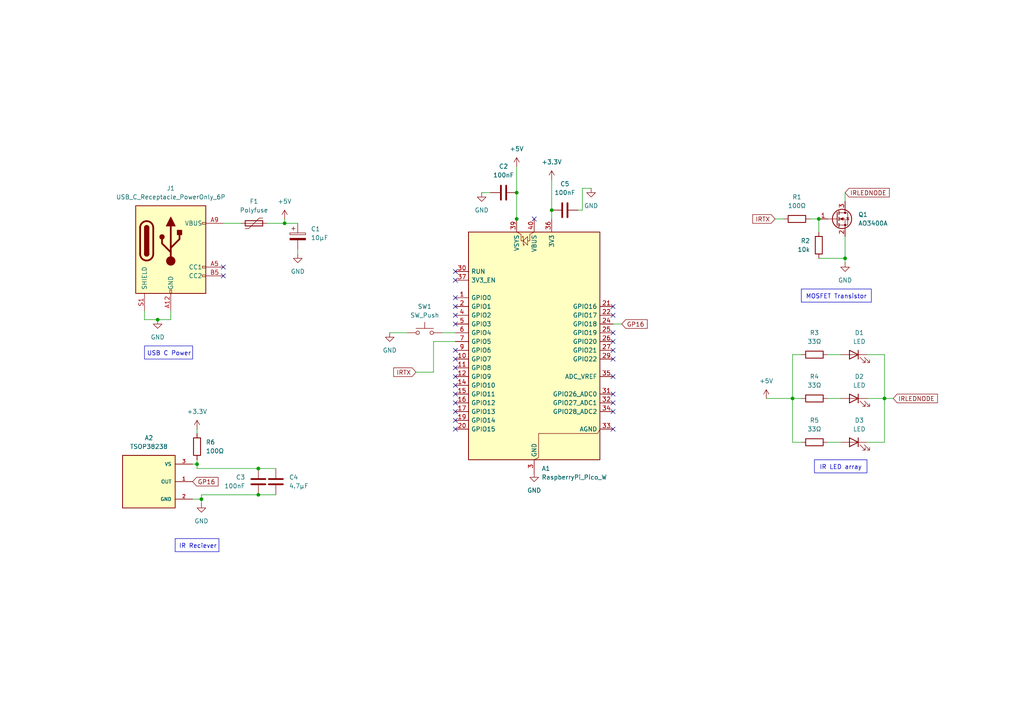
<source format=kicad_sch>
(kicad_sch (version 20250114) (generator "eeschema") (generator_version "9.0")
  (paper "A4")
  (lib_symbols
    (symbol "Connector:USB_C_Receptacle_PowerOnly_6P" (pin_names (offset 1.016))
      (property "Reference" "J" (at 0 16.51 0))
      (property "Value" "USB_C_Receptacle_PowerOnly_6P" (at 0 13.97 0))
      (symbol "USB_C_Receptacle_PowerOnly_6P_0_0"
        (rectangle (start -0.254 -12.7) (end 0.254 -11.684))
        (rectangle (start 10.16 7.874) (end 9.144 7.366))
        (rectangle (start 10.16 -4.826) (end 9.144 -5.334))
        (rectangle (start 10.16 -7.366) (end 9.144 -7.874))
      )
      (symbol "USB_C_Receptacle_PowerOnly_6P_0_1"
        (rectangle (start -10.16 12.7) (end 10.16 -12.7) (stroke (width 0.254)) (fill (type background)))
        (polyline (pts (xy -8.89 -1.27) (xy -8.89 6.35)) (stroke (width 0.508)))
        (rectangle (start -7.62 -1.27) (end -6.35 6.35) (stroke (width 0.254)) (fill (type outline)))
        (arc (start -7.62 6.35) (mid -6.985 6.9823) (end -6.35 6.35) (stroke (width 0.254)))
        (arc (start -7.62 6.35) (mid -6.985 6.9823) (end -6.35 6.35) (stroke (width 0.254)) (fill (type outline)))
        (arc (start -8.89 6.35) (mid -6.985 8.2467) (end -5.08 6.35) (stroke (width 0.508)))
        (arc (start -5.08 -1.27) (mid -6.985 -3.1667) (end -8.89 -1.27) (stroke (width 0.508)))
        (arc (start -6.35 -1.27) (mid -6.985 -1.9023) (end -7.62 -1.27) (stroke (width 0.254)))
        (arc (start -6.35 -1.27) (mid -6.985 -1.9023) (end -7.62 -1.27) (stroke (width 0.254)) (fill (type outline)))
        (polyline (pts (xy -5.08 6.35) (xy -5.08 -1.27)) (stroke (width 0.508)))
        (circle (center -2.54 3.683) (radius 0.635) (stroke (width 0.254)) (fill (type outline)))
        (polyline (pts (xy -1.27 6.858) (xy 0 9.398) (xy 1.27 6.858) (xy -1.27 6.858)) (stroke (width 0.254)) (fill (type outline)))
        (polyline (pts (xy 0 0.508) (xy 2.54 3.048) (xy 2.54 4.318)) (stroke (width 0.508)))
        (polyline (pts (xy 0 -0.762) (xy -2.54 1.778) (xy -2.54 3.048)) (stroke (width 0.508)))
        (polyline (pts (xy 0 -3.302) (xy 0 6.858)) (stroke (width 0.508)))
        (circle (center 0 -3.302) (radius 1.27) (fill (type outline)))
        (rectangle (start 1.905 4.318) (end 3.175 5.588) (stroke (width 0.254)) (fill (type outline)))
      )
      (symbol "USB_C_Receptacle_PowerOnly_6P_1_1"
        (pin passive line (at -7.62 -17.78 90) (length 5.08) (name "SHIELD") (number "S1"))
        (pin passive line (at 0 -17.78 90) (length 5.08) (name "GND") (number "A12"))
        (pin passive line (at 0 -17.78 90) (length 5.08) (hide yes) (name "GND") (number "B12"))
        (pin passive line (at 15.24 7.62 180) (length 5.08) (name "VBUS") (number "A9"))
        (pin passive line (at 15.24 7.62 180) (length 5.08) (hide yes) (name "VBUS") (number "B9"))
        (pin bidirectional line (at 15.24 -5.08 180) (length 5.08) (name "CC1") (number "A5"))
        (pin bidirectional line (at 15.24 -7.62 180) (length 5.08) (name "CC2") (number "B5"))
      )
    )
    (symbol "Device:C" (pin_numbers (hide yes)) (pin_names (offset 0.254))
      (property "Reference" "C" (at 0.635 2.54 0))
      (property "Value" "C" (at 0.635 -2.54 0))
      (symbol "C_0_1"
        (polyline (pts (xy -2.032 0.762) (xy 2.032 0.762)) (stroke (width 0.508)))
        (polyline (pts (xy -2.032 -0.762) (xy 2.032 -0.762)) (stroke (width 0.508)))
      )
      (symbol "C_1_1"
        (pin passive line (at 0 3.81 270) (length 2.794) (name "~") (number "1"))
        (pin passive line (at 0 -3.81 90) (length 2.794) (name "~") (number "2"))
      )
    )
    (symbol "Device:C_Polarized" (pin_numbers (hide yes)) (pin_names (offset 0.254))
      (property "Reference" "C" (at 0.635 2.54 0))
      (property "Value" "C_Polarized" (at 0.635 -2.54 0))
      (symbol "C_Polarized_0_1"
        (rectangle (start -2.286 0.508) (end 2.286 1.016))
        (polyline (pts (xy -1.778 2.286) (xy -0.762 2.286)))
        (polyline (pts (xy -1.27 2.794) (xy -1.27 1.778)))
        (rectangle (start 2.286 -0.508) (end -2.286 -1.016) (fill (type outline)))
      )
      (symbol "C_Polarized_1_1"
        (pin passive line (at 0 3.81 270) (length 2.794) (name "~") (number "1"))
        (pin passive line (at 0 -3.81 90) (length 2.794) (name "~") (number "2"))
      )
    )
    (symbol "Device:LED" (pin_numbers (hide yes)) (pin_names (offset 1.016) (hide yes))
      (property "Reference" "D" (at 0 2.54 0))
      (property "Value" "LED" (at 0 -2.54 0))
      (symbol "LED_0_1"
        (polyline (pts (xy -3.048 -0.762) (xy -4.572 -2.286) (xy -3.81 -2.286) (xy -4.572 -2.286) (xy -4.572 -1.524)))
        (polyline (pts (xy -1.778 -0.762) (xy -3.302 -2.286) (xy -2.54 -2.286) (xy -3.302 -2.286) (xy -3.302 -1.524)))
        (polyline (pts (xy -1.27 0) (xy 1.27 0)))
        (polyline (pts (xy -1.27 -1.27) (xy -1.27 1.27)) (stroke (width 0.254)))
        (polyline (pts (xy 1.27 -1.27) (xy 1.27 1.27) (xy -1.27 0) (xy 1.27 -1.27)) (stroke (width 0.254)))
      )
      (symbol "LED_1_1"
        (pin passive line (at -3.81 0 0) (length 2.54) (name "K") (number "1"))
        (pin passive line (at 3.81 0 180) (length 2.54) (name "A") (number "2"))
      )
    )
    (symbol "Device:Polyfuse" (pin_numbers (hide yes)) (pin_names (offset 0))
      (property "Reference" "F" (at -2.54 0 90))
      (property "Value" "Polyfuse" (at 2.54 0 90))
      (symbol "Polyfuse_0_1"
        (polyline (pts (xy -1.524 2.54) (xy -1.524 1.524) (xy 1.524 -1.524) (xy 1.524 -2.54)))
        (rectangle (start -0.762 2.54) (end 0.762 -2.54) (stroke (width 0.254)))
        (polyline (pts (xy 0 2.54) (xy 0 -2.54)))
      )
      (symbol "Polyfuse_1_1"
        (pin passive line (at 0 3.81 270) (length 1.27) (name "~") (number "1"))
        (pin passive line (at 0 -3.81 90) (length 1.27) (name "~") (number "2"))
      )
    )
    (symbol "Device:R" (pin_numbers (hide yes)) (pin_names (offset 0))
      (property "Reference" "R" (at 2.032 0 90))
      (property "Value" "R" (at 0 0 90))
      (symbol "R_0_1"
        (rectangle (start -1.016 -2.54) (end 1.016 2.54) (stroke (width 0.254)))
      )
      (symbol "R_1_1"
        (pin passive line (at 0 3.81 270) (length 1.27) (name "~") (number "1"))
        (pin passive line (at 0 -3.81 90) (length 1.27) (name "~") (number "2"))
      )
    )
    (symbol "MCU_Module:RaspberryPi_Pico_W" (pin_names (offset 0.762))
      (property "Reference" "A" (at -19.05 35.56 0))
      (property "Value" "RaspberryPi_Pico_W" (at 7.62 35.56 0))
      (symbol "RaspberryPi_Pico_W_0_1"
        (rectangle (start -19.05 34.29) (end 19.05 -31.75) (stroke (width 0.254)) (fill (type background)))
        (polyline (pts (xy -5.08 34.29) (xy -3.81 33.655) (xy -3.81 31.75) (xy -3.175 31.75)))
        (polyline (pts (xy -3.429 32.766) (xy -3.429 33.02) (xy -3.175 33.02) (xy -3.175 30.48) (xy -2.921 30.48) (xy -2.921 30.734)))
        (polyline (pts (xy -3.175 31.75) (xy -1.905 33.02) (xy -1.905 30.48) (xy -3.175 31.75)))
        (polyline (pts (xy 0 34.29) (xy -1.27 33.655) (xy -1.27 31.75) (xy -1.905 31.75)))
        (polyline (pts (xy 0 -31.75) (xy 1.27 -31.115) (xy 1.27 -24.13) (xy 18.415 -24.13) (xy 19.05 -22.86)))
      )
      (symbol "RaspberryPi_Pico_W_1_1"
        (pin passive line (at -22.86 22.86 0) (length 3.81) (name "RUN") (number "30"))
        (pin passive line (at -22.86 20.32 0) (length 3.81) (name "3V3_EN") (number "37"))
        (pin bidirectional line (at -22.86 15.24 0) (length 3.81) (name "GPIO0") (number "1"))
        (pin bidirectional line (at -22.86 12.7 0) (length 3.81) (name "GPIO1") (number "2"))
        (pin bidirectional line (at -22.86 10.16 0) (length 3.81) (name "GPIO2") (number "4"))
        (pin bidirectional line (at -22.86 7.62 0) (length 3.81) (name "GPIO3") (number "5"))
        (pin bidirectional line (at -22.86 5.08 0) (length 3.81) (name "GPIO4") (number "6"))
        (pin bidirectional line (at -22.86 2.54 0) (length 3.81) (name "GPIO5") (number "7"))
        (pin bidirectional line (at -22.86 0 0) (length 3.81) (name "GPIO6") (number "9"))
        (pin bidirectional line (at -22.86 -2.54 0) (length 3.81) (name "GPIO7") (number "10"))
        (pin bidirectional line (at -22.86 -5.08 0) (length 3.81) (name "GPIO8") (number "11"))
        (pin bidirectional line (at -22.86 -7.62 0) (length 3.81) (name "GPIO9") (number "12"))
        (pin bidirectional line (at -22.86 -10.16 0) (length 3.81) (name "GPIO10") (number "14"))
        (pin bidirectional line (at -22.86 -12.7 0) (length 3.81) (name "GPIO11") (number "15"))
        (pin bidirectional line (at -22.86 -15.24 0) (length 3.81) (name "GPIO12") (number "16"))
        (pin bidirectional line (at -22.86 -17.78 0) (length 3.81) (name "GPIO13") (number "17"))
        (pin bidirectional line (at -22.86 -20.32 0) (length 3.81) (name "GPIO14") (number "19"))
        (pin bidirectional line (at -22.86 -22.86 0) (length 3.81) (name "GPIO15") (number "20"))
        (pin power_in line (at -5.08 38.1 270) (length 3.81) (name "VSYS") (number "39"))
        (pin power_out line (at 0 38.1 270) (length 3.81) (name "VBUS") (number "40"))
        (pin passive line (at 0 -35.56 90) (length 3.81) (hide yes) (name "GND") (number "13"))
        (pin passive line (at 0 -35.56 90) (length 3.81) (hide yes) (name "GND") (number "18"))
        (pin passive line (at 0 -35.56 90) (length 3.81) (hide yes) (name "GND") (number "23"))
        (pin passive line (at 0 -35.56 90) (length 3.81) (hide yes) (name "GND") (number "28"))
        (pin power_out line (at 0 -35.56 90) (length 3.81) (name "GND") (number "3"))
        (pin passive line (at 0 -35.56 90) (length 3.81) (hide yes) (name "GND") (number "38"))
        (pin passive line (at 0 -35.56 90) (length 3.81) (hide yes) (name "GND") (number "8"))
        (pin power_out line (at 5.08 38.1 270) (length 3.81) (name "3V3") (number "36"))
        (pin bidirectional line (at 22.86 12.7 180) (length 3.81) (name "GPIO16") (number "21"))
        (pin bidirectional line (at 22.86 10.16 180) (length 3.81) (name "GPIO17") (number "22"))
        (pin bidirectional line (at 22.86 7.62 180) (length 3.81) (name "GPIO18") (number "24"))
        (pin bidirectional line (at 22.86 5.08 180) (length 3.81) (name "GPIO19") (number "25"))
        (pin bidirectional line (at 22.86 2.54 180) (length 3.81) (name "GPIO20") (number "26"))
        (pin bidirectional line (at 22.86 0 180) (length 3.81) (name "GPIO21") (number "27"))
        (pin bidirectional line (at 22.86 -2.54 180) (length 3.81) (name "GPIO22") (number "29"))
        (pin power_in line (at 22.86 -7.62 180) (length 3.81) (name "ADC_VREF") (number "35"))
        (pin bidirectional line (at 22.86 -12.7 180) (length 3.81) (name "GPIO26_ADC0") (number "31"))
        (pin bidirectional line (at 22.86 -15.24 180) (length 3.81) (name "GPIO27_ADC1") (number "32"))
        (pin bidirectional line (at 22.86 -17.78 180) (length 3.81) (name "GPIO28_ADC2") (number "34"))
        (pin power_out line (at 22.86 -22.86 180) (length 3.81) (name "AGND") (number "33"))
      )
    )
    (symbol "Switch:SW_Push" (pin_numbers (hide yes)) (pin_names (offset 1.016) (hide yes))
      (property "Reference" "SW" (at 1.27 2.54 0))
      (property "Value" "SW_Push" (at 0 -1.524 0))
      (symbol "SW_Push_0_1"
        (circle (center -2.032 0) (radius 0.508))
        (polyline (pts (xy 0 1.27) (xy 0 3.048)))
        (circle (center 2.032 0) (radius 0.508))
        (polyline (pts (xy 2.54 1.27) (xy -2.54 1.27)))
        (pin passive line (at -5.08 0 0) (length 2.54) (name "1") (number "1"))
        (pin passive line (at 5.08 0 180) (length 2.54) (name "2") (number "2"))
      )
    )
    (symbol "TSOP38238:TSOP38238" (pin_names (offset 1.016))
      (property "Reference" "A" (at -7.62 8.89 0))
      (property "Value" "TSOP38238" (at -7.62 -8.89 0))
      (symbol "TSOP38238_0_0"
        (rectangle (start -7.62 -7.62) (end 7.62 7.62) (stroke (width 0.254)) (fill (type background)))
        (pin power_in line (at 12.7 5.08 180) (length 5.08) (name "VS") (number "3"))
        (pin output line (at 12.7 0 180) (length 5.08) (name "OUT") (number "1"))
        (pin power_in line (at 12.7 -5.08 180) (length 5.08) (name "GND") (number "2"))
      )
    )
    (symbol "Transistor_FET:AO3400A" (pin_names (offset 0) (hide yes))
      (property "Reference" "Q" (at 5.08 1.905 0))
      (property "Value" "AO3400A" (at 5.08 0 0))
      (symbol "AO3400A_0_1"
        (polyline (pts (xy 0.254 1.905) (xy 0.254 -1.905)) (stroke (width 0.254)))
        (polyline (pts (xy 0.254 0) (xy -2.54 0)))
        (polyline (pts (xy 0.762 2.286) (xy 0.762 1.27)) (stroke (width 0.254)))
        (polyline (pts (xy 0.762 0.508) (xy 0.762 -0.508)) (stroke (width 0.254)))
        (polyline (pts (xy 0.762 -1.27) (xy 0.762 -2.286)) (stroke (width 0.254)))
        (polyline (pts (xy 0.762 -1.778) (xy 3.302 -1.778) (xy 3.302 1.778) (xy 0.762 1.778)))
        (polyline (pts (xy 1.016 0) (xy 2.032 0.381) (xy 2.032 -0.381) (xy 1.016 0)) (fill (type outline)))
        (circle (center 1.651 0) (radius 2.794) (stroke (width 0.254)))
        (polyline (pts (xy 2.54 2.54) (xy 2.54 1.778)))
        (circle (center 2.54 1.778) (radius 0.254) (fill (type outline)))
        (circle (center 2.54 -1.778) (radius 0.254) (fill (type outline)))
        (polyline (pts (xy 2.54 -2.54) (xy 2.54 0) (xy 0.762 0)))
        (polyline (pts (xy 2.921 0.381) (xy 3.683 0.381)))
        (polyline (pts (xy 3.302 0.381) (xy 2.921 -0.254) (xy 3.683 -0.254) (xy 3.302 0.381)))
      )
      (symbol "AO3400A_1_1"
        (pin input line (at -5.08 0 0) (length 2.54) (name "G") (number "1"))
        (pin passive line (at 2.54 5.08 270) (length 2.54) (name "D") (number "3"))
        (pin passive line (at 2.54 -5.08 90) (length 2.54) (name "S") (number "2"))
      )
    )
    (symbol "power:+3.3V" (power) (pin_numbers (hide yes)) (pin_names (offset 0) (hide yes))
      (property "Value" "+3.3V" (at 0 3.556 0))
      (symbol "+3.3V_0_1"
        (polyline (pts (xy -0.762 1.27) (xy 0 2.54)))
        (polyline (pts (xy 0 2.54) (xy 0.762 1.27)))
        (polyline (pts (xy 0 0) (xy 0 2.54)))
      )
      (symbol "+3.3V_1_1"
        (pin power_in line (at 0 0 90) (length 0) (name "~") (number "1"))
      )
    )
    (symbol "power:+5V" (power) (pin_numbers (hide yes)) (pin_names (offset 0) (hide yes))
      (property "Value" "+5V" (at 0 3.556 0))
      (symbol "+5V_0_1"
        (polyline (pts (xy -0.762 1.27) (xy 0 2.54)))
        (polyline (pts (xy 0 2.54) (xy 0.762 1.27)))
        (polyline (pts (xy 0 0) (xy 0 2.54)))
      )
      (symbol "+5V_1_1"
        (pin power_in line (at 0 0 90) (length 0) (name "~") (number "1"))
      )
    )
    (symbol "power:GND" (power) (pin_numbers (hide yes)) (pin_names (offset 0) (hide yes))
      (property "Value" "GND" (at 0 -3.81 0))
      (symbol "GND_0_1"
        (polyline (pts (xy 0 0) (xy 0 -1.27) (xy 1.27 -1.27) (xy 0 -2.54) (xy -1.27 -1.27) (xy 0 -1.27)))
      )
      (symbol "GND_1_1"
        (pin power_in line (at 0 0 270) (length 0) (name "~") (number "1"))
      )
    )
  )
  (rectangle (start 50.8 156.21) (end 63.5 160.02))
  (rectangle (start 236.22 133.35) (end 251.46 137.16))
  (rectangle (start 41.91 100.33) (end 55.88 104.14))
  (rectangle (start 232.41 83.82) (end 252.73 87.63))
  (text "MOSFET Transistor" (at 242.57 86.106 0) (effects (font (size 1.27 1.27))))
  (text "IR Reciever" (at 57.404 158.496 0) (effects (font (size 1.27 1.27))))
  (text "USB C Power" (at 49.022 102.616 0) (effects (font (size 1.27 1.27))))
  (text "IR LED array" (at 243.84 135.636 0) (effects (font (size 1.27 1.27))))
  (junction (at 58.42 144.78))
  (junction (at 245.11 74.93))
  (junction (at 160.02 60.96))
  (junction (at 74.93 135.89))
  (junction (at 45.72 92.71))
  (junction (at 237.49 63.5))
  (junction (at 74.93 143.51))
  (junction (at 57.15 134.62))
  (junction (at 256.54 115.57))
  (junction (at 149.86 55.88))
  (junction (at 82.55 64.77))
  (junction (at 229.87 115.57))
  (junction (at 149.86 63.5))
  (no_connect (at 132.08 91.44))
  (no_connect (at 177.8 101.6))
  (no_connect (at 177.8 109.22))
  (no_connect (at 177.8 124.46))
  (no_connect (at 177.8 104.14))
  (no_connect (at 132.08 106.68))
  (no_connect (at 177.8 88.9))
  (no_connect (at 64.77 80.01))
  (no_connect (at 177.8 96.52))
  (no_connect (at 132.08 93.98))
  (no_connect (at 177.8 91.44))
  (no_connect (at 177.8 99.06))
  (no_connect (at 132.08 119.38))
  (no_connect (at 132.08 121.92))
  (no_connect (at 154.94 63.5))
  (no_connect (at 132.08 111.76))
  (no_connect (at 132.08 86.36))
  (no_connect (at 177.8 119.38))
  (no_connect (at 132.08 88.9))
  (no_connect (at 132.08 104.14))
  (no_connect (at 132.08 78.74))
  (no_connect (at 64.77 77.47))
  (no_connect (at 177.8 116.84))
  (no_connect (at 132.08 109.22))
  (no_connect (at 132.08 101.6))
  (no_connect (at 132.08 124.46))
  (no_connect (at 177.8 114.3))
  (no_connect (at 132.08 81.28))
  (no_connect (at 132.08 116.84))
  (no_connect (at 132.08 114.3))
  (wire (pts (xy 245.11 55.88) (xy 245.11 58.42)))
  (wire (pts (xy 245.11 76.2) (xy 245.11 74.93)))
  (wire (pts (xy 180.34 93.98) (xy 177.8 93.98)))
  (wire (pts (xy 222.25 115.57) (xy 229.87 115.57)))
  (wire (pts (xy 149.86 66.04) (xy 149.86 63.5)))
  (wire (pts (xy 74.93 135.89) (xy 80.01 135.89)))
  (wire (pts (xy 55.88 134.62) (xy 57.15 134.62)))
  (wire (pts (xy 229.87 115.57) (xy 232.41 115.57)))
  (wire (pts (xy 58.42 143.51) (xy 58.42 144.78)))
  (wire (pts (xy 160.02 60.96) (xy 160.02 63.5)))
  (wire (pts (xy 259.08 115.57) (xy 256.54 115.57)))
  (wire (pts (xy 113.03 96.52) (xy 118.11 96.52)))
  (wire (pts (xy 57.15 135.89) (xy 57.15 134.62)))
  (wire (pts (xy 256.54 115.57) (xy 256.54 102.87)))
  (wire (pts (xy 57.15 124.46) (xy 57.15 125.73)))
  (wire (pts (xy 168.91 54.61) (xy 171.45 54.61)))
  (wire (pts (xy 229.87 102.87) (xy 229.87 115.57)))
  (wire (pts (xy 64.77 64.77) (xy 69.85 64.77)))
  (wire (pts (xy 237.49 63.5) (xy 237.49 67.31)))
  (wire (pts (xy 232.41 102.87) (xy 229.87 102.87)))
  (wire (pts (xy 125.73 99.06) (xy 125.73 107.95)))
  (wire (pts (xy 240.03 115.57) (xy 243.84 115.57)))
  (wire (pts (xy 149.86 48.26) (xy 149.86 55.88)))
  (wire (pts (xy 160.02 52.07) (xy 160.02 60.96)))
  (wire (pts (xy 168.91 54.61) (xy 168.91 60.96)))
  (wire (pts (xy 256.54 102.87) (xy 251.46 102.87)))
  (wire (pts (xy 41.91 92.71) (xy 45.72 92.71)))
  (wire (pts (xy 58.42 146.05) (xy 58.42 144.78)))
  (wire (pts (xy 120.65 107.95) (xy 125.73 107.95)))
  (wire (pts (xy 229.87 128.27) (xy 229.87 115.57)))
  (wire (pts (xy 82.55 63.5) (xy 82.55 64.77)))
  (wire (pts (xy 58.42 143.51) (xy 74.93 143.51)))
  (wire (pts (xy 49.53 90.17) (xy 49.53 92.71)))
  (wire (pts (xy 256.54 128.27) (xy 256.54 115.57)))
  (wire (pts (xy 149.86 55.88) (xy 149.86 63.5)))
  (wire (pts (xy 86.36 73.66) (xy 86.36 72.39)))
  (wire (pts (xy 139.7 55.88) (xy 142.24 55.88)))
  (wire (pts (xy 245.11 74.93) (xy 245.11 68.58)))
  (wire (pts (xy 128.27 96.52) (xy 132.08 96.52)))
  (wire (pts (xy 240.03 128.27) (xy 243.84 128.27)))
  (wire (pts (xy 224.79 63.5) (xy 227.33 63.5)))
  (wire (pts (xy 57.15 133.35) (xy 57.15 134.62)))
  (wire (pts (xy 77.47 64.77) (xy 82.55 64.77)))
  (wire (pts (xy 74.93 143.51) (xy 80.01 143.51)))
  (wire (pts (xy 58.42 144.78) (xy 55.88 144.78)))
  (wire (pts (xy 251.46 128.27) (xy 256.54 128.27)))
  (wire (pts (xy 237.49 74.93) (xy 245.11 74.93)))
  (wire (pts (xy 251.46 115.57) (xy 256.54 115.57)))
  (wire (pts (xy 132.08 99.06) (xy 125.73 99.06)))
  (wire (pts (xy 232.41 128.27) (xy 229.87 128.27)))
  (wire (pts (xy 82.55 64.77) (xy 86.36 64.77)))
  (wire (pts (xy 240.03 102.87) (xy 243.84 102.87)))
  (wire (pts (xy 234.95 63.5) (xy 237.49 63.5)))
  (wire (pts (xy 74.93 135.89) (xy 57.15 135.89)))
  (wire (pts (xy 45.72 92.71) (xy 49.53 92.71)))
  (wire (pts (xy 168.91 60.96) (xy 167.64 60.96)))
  (wire (pts (xy 41.91 90.17) (xy 41.91 92.71)))
  (global_label "IRTX" (shape input) (at 224.79 63.5 180) (property "Intersheetrefs" "${INTERSHEET_REFS}" (effects (hide yes))))
  (global_label "GP16" (shape input) (at 55.88 139.7 0) (property "Intersheetrefs" "${INTERSHEET_REFS}" (effects (hide yes))))
  (global_label "IRTX" (shape input) (at 120.65 107.95 180) (property "Intersheetrefs" "${INTERSHEET_REFS}" (effects (hide yes))))
  (global_label "GP16" (shape input) (at 180.34 93.98 0) (property "Intersheetrefs" "${INTERSHEET_REFS}" (effects (hide yes))))
  (global_label "IRLEDNODE" (shape input) (at 245.11 55.88 0) (property "Intersheetrefs" "${INTERSHEET_REFS}" (effects (hide yes))))
  (global_label "IRLEDNODE" (shape input) (at 259.08 115.57 0) (property "Intersheetrefs" "${INTERSHEET_REFS}" (effects (hide yes))))
  (symbol (lib_id "Device:C") (at 80.01 139.7 0) (unit 1)
    (property "Reference" "C4" (at 83.82 138.4299 0) (effects (justify left)))
    (property "Value" "4.7µF" (at 83.82 140.9699 0) (effects (justify left)))
    (property "Footprint" "Capacitor_SMD:C_1206_3216Metric_Pad1.33x1.80mm_HandSolder" (effects (hide yes)))
    (property "Description" "Unpolarized capacitor" (effects (hide yes)))
  )
  (symbol (lib_id "power:+5V") (at 222.25 115.57 0) (unit 1)
    (property "Reference" "#PWR010" (effects (hide yes)))
    (property "Value" "+5V" (at 222.25 110.49 0))
    (property "Description" "Power symbol creates a global label with name \"+5V\"" (effects (hide yes)))
  )
  (symbol (lib_id "Device:LED") (at 247.65 128.27 0) (mirror y) (unit 1)
    (property "Reference" "D3" (at 249.2375 121.92 0))
    (property "Value" "LED" (at 249.2375 124.46 0))
    (property "Footprint" "LED_THT:LED_D5.0mm" (effects (hide yes)))
    (property "Description" "Light emitting diode" (effects (hide yes)))
    (property "Sim.Pins" "1=K 2=A" (effects (hide yes)))
  )
  (symbol (lib_id "Device:C") (at 163.83 60.96 90) (unit 1)
    (property "Reference" "C5" (at 163.83 53.34 90))
    (property "Value" "100nF" (at 163.83 55.88 90))
    (property "Footprint" "Capacitor_SMD:C_1206_3216Metric_Pad1.33x1.80mm_HandSolder" (effects (hide yes)))
    (property "Description" "Unpolarized capacitor" (effects (hide yes)))
  )
  (symbol (lib_id "Device:LED") (at 247.65 115.57 0) (mirror y) (unit 1)
    (property "Reference" "D2" (at 249.2375 109.22 0))
    (property "Value" "LED" (at 249.2375 111.76 0))
    (property "Footprint" "LED_THT:LED_D5.0mm" (effects (hide yes)))
    (property "Description" "Light emitting diode" (effects (hide yes)))
    (property "Sim.Pins" "1=K 2=A" (effects (hide yes)))
  )
  (symbol (lib_id "power:GND") (at 154.94 137.16 0) (unit 1)
    (property "Reference" "#PWR03" (effects (hide yes)))
    (property "Value" "GND" (at 154.94 142.24 0))
    (property "Description" "Power symbol creates a global label with name \"GND\" , ground" (effects (hide yes)))
  )
  (symbol (lib_id "Device:C") (at 146.05 55.88 90) (unit 1)
    (property "Reference" "C2" (at 146.05 48.26 90))
    (property "Value" "100nF" (at 146.05 50.8 90))
    (property "Footprint" "Capacitor_SMD:C_1206_3216Metric_Pad1.33x1.80mm_HandSolder" (effects (hide yes)))
    (property "Description" "Unpolarized capacitor" (effects (hide yes)))
  )
  (symbol (lib_id "power:GND") (at 45.72 92.71 0) (unit 1)
    (property "Reference" "#PWR02" (effects (hide yes)))
    (property "Value" "GND" (at 45.72 97.79 0))
    (property "Description" "Power symbol creates a global label with name \"GND\" , ground" (effects (hide yes)))
  )
  (symbol (lib_id "Device:Polyfuse") (at 73.66 64.77 90) (unit 1)
    (property "Reference" "F1" (at 73.66 58.42 90))
    (property "Value" "Polyfuse" (at 73.66 60.96 90))
    (property "Footprint" "RXEF050:FUS_RXEF050_TYCO_TYC" (effects (hide yes)))
    (property "Description" "Resettable fuse, polymeric positive temperature coefficient" (effects (hide yes)))
  )
  (symbol (lib_id "power:GND") (at 58.42 146.05 0) (unit 1)
    (property "Reference" "#PWR012" (effects (hide yes)))
    (property "Value" "GND" (at 58.42 151.13 0))
    (property "Description" "Power symbol creates a global label with name \"GND\" , ground" (effects (hide yes)))
  )
  (symbol (lib_id "MCU_Module:RaspberryPi_Pico_W") (at 154.94 101.6 0) (unit 1)
    (property "Reference" "A1" (at 157.0833 135.89 0) (effects (justify left)))
    (property "Value" "RaspberryPi_Pico_W" (at 157.0833 138.43 0) (effects (justify left)))
    (property "Footprint" "Module:RaspberryPi_Pico_Common_THT" (effects (hide yes)))
    (property "Datasheet" "https://datasheets.raspberrypi.com/picow/pico-w-datasheet.pdf" (effects (hide yes)))
    (property "Description" "Versatile and inexpensive wireless microcontroller module powered by RP2040 dual-core Arm Cortex-M0+ processor up to 133 MHz, 264kB SRAM, 2MB QSPI flash, Infineon CYW43439 2.4GHz 802.11n wireless LAN; also supports Raspberry Pi Pico 2 W" (effects (hide yes)))
  )
  (symbol (lib_id "power:GND") (at 139.7 55.88 0) (unit 1)
    (property "Reference" "#PWR08" (effects (hide yes)))
    (property "Value" "GND" (at 139.7 60.96 0))
    (property "Description" "Power symbol creates a global label with name \"GND\" , ground" (effects (hide yes)))
  )
  (symbol (lib_id "TSOP38238:TSOP38238") (at 43.18 139.7 0) (unit 1)
    (property "Reference" "A2" (at 43.18 127 0))
    (property "Value" "TSOP38238" (at 43.18 129.54 0))
    (property "Footprint" "TSOP38238:XDCR_TSOP38238" (effects (hide yes)))
    (property "PARTREV" "1.7" (effects (hide yes)))
    (property "STANDARD" "Manufacturer Recommendations" (effects (hide yes)))
    (property "MAXIMUM_PACKAGE_HEIGHT" "10.55 mm" (effects (hide yes)))
    (property "MANUFACTURER" "Vishay" (effects (hide yes)))
  )
  (symbol (lib_id "Transistor_FET:AO3400A") (at 242.57 63.5 0) (unit 1)
    (property "Reference" "Q1" (at 248.92 62.2299 0) (effects (justify left)))
    (property "Value" "AO3400A" (at 248.92 64.7699 0) (effects (justify left)))
    (property "Footprint" "Package_TO_SOT_SMD:SOT-23" (effects (hide yes)))
    (property "Datasheet" "http://www.aosmd.com/pdfs/datasheet/AO3400A.pdf" (effects (hide yes)))
    (property "Description" "30V Vds, 5.7A Id, N-Channel MOSFET, SOT-23" (effects (hide yes)))
  )
  (symbol (lib_id "Device:R") (at 231.14 63.5 90) (unit 1)
    (property "Reference" "R1" (at 231.14 57.15 90))
    (property "Value" "100Ω" (at 231.14 59.69 90))
    (property "Footprint" "Resistor_SMD:R_1206_3216Metric_Pad1.30x1.75mm_HandSolder" (effects (hide yes)))
    (property "Description" "Resistor" (effects (hide yes)))
  )
  (symbol (lib_id "Connector:USB_C_Receptacle_PowerOnly_6P") (at 49.53 72.39 0) (unit 1)
    (property "Reference" "J1" (at 49.53 54.61 0))
    (property "Value" "USB_C_Receptacle_PowerOnly_6P" (at 49.53 57.15 0))
    (property "Footprint" "USBC:USB-C-TH_TYPE-C-31-M-33" (effects (hide yes)))
    (property "Datasheet" "https://www.usb.org/sites/default/files/documents/usb_type-c.zip" (effects (hide yes)))
    (property "Description" "USB Power-Only 6P Type-C Receptacle connector" (effects (hide yes)))
  )
  (symbol (lib_id "power:+3.3V") (at 160.02 52.07 0) (unit 1)
    (property "Reference" "#PWR05" (effects (hide yes)))
    (property "Value" "+3.3V" (at 160.02 46.99 0))
    (property "Description" "Power symbol creates a global label with name \"+3.3V\"" (effects (hide yes)))
  )
  (symbol (lib_id "power:+3.3V") (at 57.15 124.46 0) (unit 1)
    (property "Reference" "#PWR011" (effects (hide yes)))
    (property "Value" "+3.3V" (at 57.15 119.38 0))
    (property "Description" "Power symbol creates a global label with name \"+3.3V\"" (effects (hide yes)))
  )
  (symbol (lib_id "Device:LED") (at 247.65 102.87 0) (mirror y) (unit 1)
    (property "Reference" "D1" (at 249.2375 96.52 0))
    (property "Value" "LED" (at 249.2375 99.06 0))
    (property "Footprint" "LED_THT:LED_D5.0mm" (effects (hide yes)))
    (property "Description" "Light emitting diode" (effects (hide yes)))
    (property "Sim.Pins" "1=K 2=A" (effects (hide yes)))
  )
  (symbol (lib_id "power:GND") (at 113.03 96.52 0) (unit 1)
    (property "Reference" "#PWR013" (effects (hide yes)))
    (property "Value" "GND" (at 113.03 101.6 0))
    (property "Description" "Power symbol creates a global label with name \"GND\" , ground" (effects (hide yes)))
  )
  (symbol (lib_id "Device:C_Polarized") (at 86.36 68.58 0) (unit 1)
    (property "Reference" "C1" (at 90.17 66.4209 0) (effects (justify left)))
    (property "Value" "10µF" (at 90.17 68.9609 0) (effects (justify left)))
    (property "Footprint" "Capacitor_THT:CP_Radial_D6.3mm_P2.50mm" (effects (hide yes)))
    (property "Description" "Polarized capacitor" (effects (hide yes)))
  )
  (symbol (lib_id "power:GND") (at 245.11 76.2 0) (unit 1)
    (property "Reference" "#PWR09" (effects (hide yes)))
    (property "Value" "GND" (at 245.11 81.28 0))
    (property "Description" "Power symbol creates a global label with name \"GND\" , ground" (effects (hide yes)))
  )
  (symbol (lib_id "Device:R") (at 236.22 102.87 90) (unit 1)
    (property "Reference" "R3" (at 236.22 96.52 90))
    (property "Value" "33Ω" (at 236.22 99.06 90))
    (property "Footprint" "Resistor_SMD:R_1206_3216Metric_Pad1.30x1.75mm_HandSolder" (effects (hide yes)))
    (property "Description" "Resistor" (effects (hide yes)))
  )
  (symbol (lib_id "power:+5V") (at 82.55 63.5 0) (unit 1)
    (property "Reference" "#PWR06" (effects (hide yes)))
    (property "Value" "+5V" (at 82.55 58.42 0))
    (property "Description" "Power symbol creates a global label with name \"+5V\"" (effects (hide yes)))
  )
  (symbol (lib_id "Device:R") (at 236.22 115.57 90) (unit 1)
    (property "Reference" "R4" (at 236.22 109.22 90))
    (property "Value" "33Ω" (at 236.22 111.76 90))
    (property "Footprint" "Resistor_SMD:R_1206_3216Metric_Pad1.30x1.75mm_HandSolder" (effects (hide yes)))
    (property "Description" "Resistor" (effects (hide yes)))
  )
  (symbol (lib_id "Device:R") (at 237.49 71.12 0) (mirror y) (unit 1)
    (property "Reference" "R2" (at 234.95 69.8499 0) (effects (justify left)))
    (property "Value" "10k" (at 234.95 72.3899 0) (effects (justify left)))
    (property "Footprint" "Resistor_SMD:R_1206_3216Metric_Pad1.30x1.75mm_HandSolder" (effects (hide yes)))
    (property "Description" "Resistor" (effects (hide yes)))
  )
  (symbol (lib_id "Switch:SW_Push") (at 123.19 96.52 0) (unit 1)
    (property "Reference" "SW1" (at 123.19 88.9 0))
    (property "Value" "SW_Push" (at 123.19 91.44 0))
    (property "Footprint" "Button_Switch_THT:SW_PUSH_6mm" (effects (hide yes)))
    (property "Description" "Push button switch, generic, two pins" (effects (hide yes)))
  )
  (symbol (lib_id "Device:R") (at 236.22 128.27 90) (unit 1)
    (property "Reference" "R5" (at 236.22 121.92 90))
    (property "Value" "33Ω" (at 236.22 124.46 90))
    (property "Footprint" "Resistor_SMD:R_1206_3216Metric_Pad1.30x1.75mm_HandSolder" (effects (hide yes)))
    (property "Description" "Resistor" (effects (hide yes)))
  )
  (symbol (lib_id "power:+5V") (at 149.86 48.26 0) (unit 1)
    (property "Reference" "#PWR04" (effects (hide yes)))
    (property "Value" "+5V" (at 149.86 43.18 0))
    (property "Description" "Power symbol creates a global label with name \"+5V\"" (effects (hide yes)))
  )
  (symbol (lib_id "Device:C") (at 74.93 139.7 0) (mirror y) (unit 1)
    (property "Reference" "C3" (at 71.12 138.4299 0) (effects (justify left)))
    (property "Value" "100nF" (at 71.12 140.9699 0) (effects (justify left)))
    (property "Footprint" "Capacitor_SMD:C_1206_3216Metric_Pad1.33x1.80mm_HandSolder" (effects (hide yes)))
    (property "Description" "Unpolarized capacitor" (effects (hide yes)))
  )
  (symbol (lib_id "Device:R") (at 57.15 129.54 180) (unit 1)
    (property "Reference" "R6" (at 59.69 128.2699 0) (effects (justify right)))
    (property "Value" "100Ω" (at 59.69 130.8099 0) (effects (justify right)))
    (property "Footprint" "Resistor_SMD:R_1206_3216Metric_Pad1.30x1.75mm_HandSolder" (effects (hide yes)))
    (property "Description" "Resistor" (effects (hide yes)))
  )
  (symbol (lib_id "power:GND") (at 171.45 54.61 0) (unit 1)
    (property "Reference" "#PWR014" (effects (hide yes)))
    (property "Value" "GND" (at 171.45 59.69 0))
    (property "Description" "Power symbol creates a global label with name \"GND\" , ground" (effects (hide yes)))
  )
  (symbol (lib_id "power:GND") (at 86.36 73.66 0) (unit 1)
    (property "Reference" "#PWR07" (effects (hide yes)))
    (property "Value" "GND" (at 86.36 78.74 0))
    (property "Description" "Power symbol creates a global label with name \"GND\" , ground" (effects (hide yes)))
  )
)
</source>
